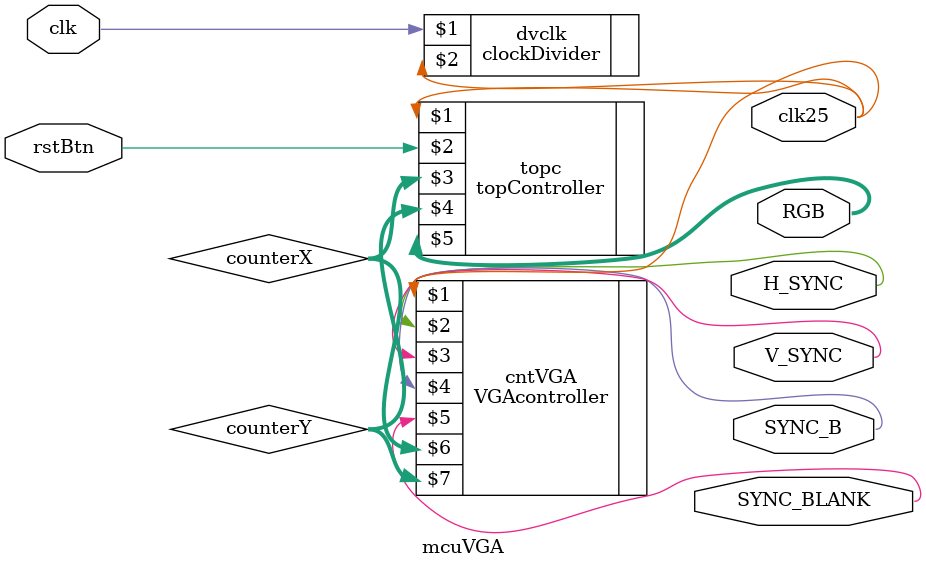
<source format=sv>
module mcuVGA(
    input logic  clk, rstBtn,
    output logic H_SYNC, V_SYNC, SYNC_B, SYNC_BLANK,clk25,
    output logic [23:0] RGB);

	 
    logic [9:0] counterX, counterY;

    //--------------Instancia del divisor de clock-------------------------//
	clockDivider dvclk (clk, clk25);

    //--------------Instancia del controlador VGA--------------------------//
	VGAcontroller cntVGA (clk25, H_SYNC, V_SYNC, SYNC_B, SYNC_BLANK, counterX, counterY);
		

    //--------------Instancia del generador de Video----------------------//	
	topController topc (clk25, rstBtn, counterX, counterY, RGB);


endmodule 
</source>
